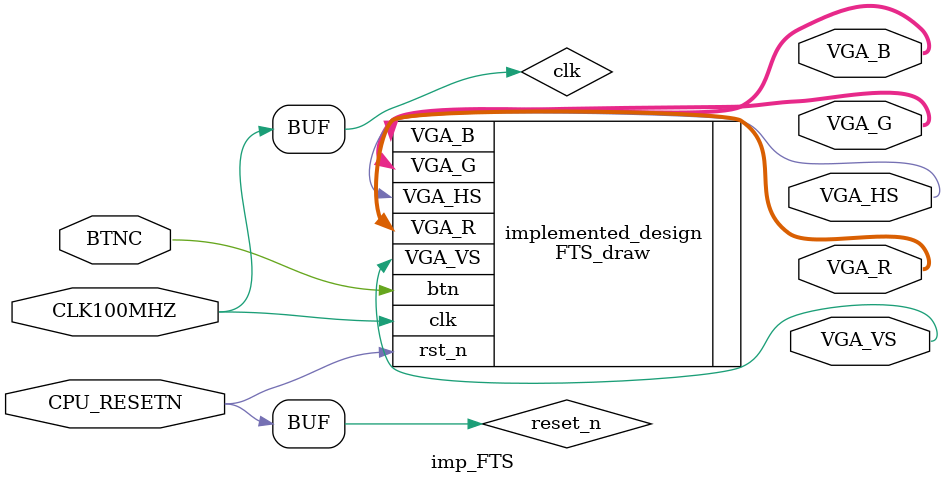
<source format=sv>

module imp_FTS (
    input  wire       CLK100MHZ,   // using the same name as pin names
    input  wire       CPU_RESETN,
    output wire [3:0] VGA_R,       // VGA red channel
    output wire [3:0] VGA_G,       // VGA green channel
    output wire [3:0] VGA_B,       // VGA blue channel
    output wire       VGA_HS,      // Horizontal sync
    output wire       VGA_VS,      // Vertical sync
    // output wire CA,
    // CB,
    // CC,
    // CD,
    // CE,
    // CF,
    // CG,
    // DP,
    // output wire [7:0] AN,
    // input wire [15:0] SW,
    input  wire       BTNC
);

  //   modN_clk #(
  //       .n()
  //   ) slowed_clock (
  //       .clk(clk),
  //       .en(1'b1),
  //       .rst_n(reset_n),
  //       .clk_out(clk_out)
  //   );


  logic reset_n;
  logic clk;
  assign reset_n = CPU_RESETN;
  assign clk = CLK100MHZ;

  FTS_draw implemented_design (
      .clk(clk),
      .rst_n(reset_n),
      .btn(BTNC),
      .VGA_R(VGA_R),
      .VGA_G(VGA_G),
      .VGA_B(VGA_B),
      .VGA_HS(VGA_HS),  // Horizontal sync
      .VGA_VS(VGA_VS)  // Vertical sync
  );

  // Seven segments Controller
  //   wire [6:0] Seg;
  //   wire [3:0] digits[0:7];
  //   logic clk_out;
  //   logic [7:0] Ro;


  // assign digits[0] = 4'b1111;
  // assign digits[1] = 4'b1111;
  //   assign digits[2] = 4'b1111;
  //   assign digits[3] = 4'b1111;
  //   assign digits[4] = 4'b1111;
  //   assign digits[5] = 4'b1111;
  //   assign digits[6] = 4'b1111;
  //   assign digits[7] = 4'b1111;

  //   assign digits[0] = Ro[3:0];
  //   assign digits[1] = Ro[7:4];


  //   DataTransferExecution #(
  //       .bits(8)
  //   ) DataTransfer (
  //       .clk(clk_out),
  //       .rst_n(reset_n),
  //       .Ro(Ro)
  //   );


  //   sev_seg_controller ssc (
  //       .clk(clk),
  //       .resetn(reset_n),
  //       .digits(digits),
  //       .Seg(Seg),
  //       .AN(AN)
  //   );


  //   assign {CG, CF, CE, CD, CC, CB, CA} = Seg;
  //   assign DP = 1'b1;  // turn off the dot point on seven segs


endmodule

</source>
